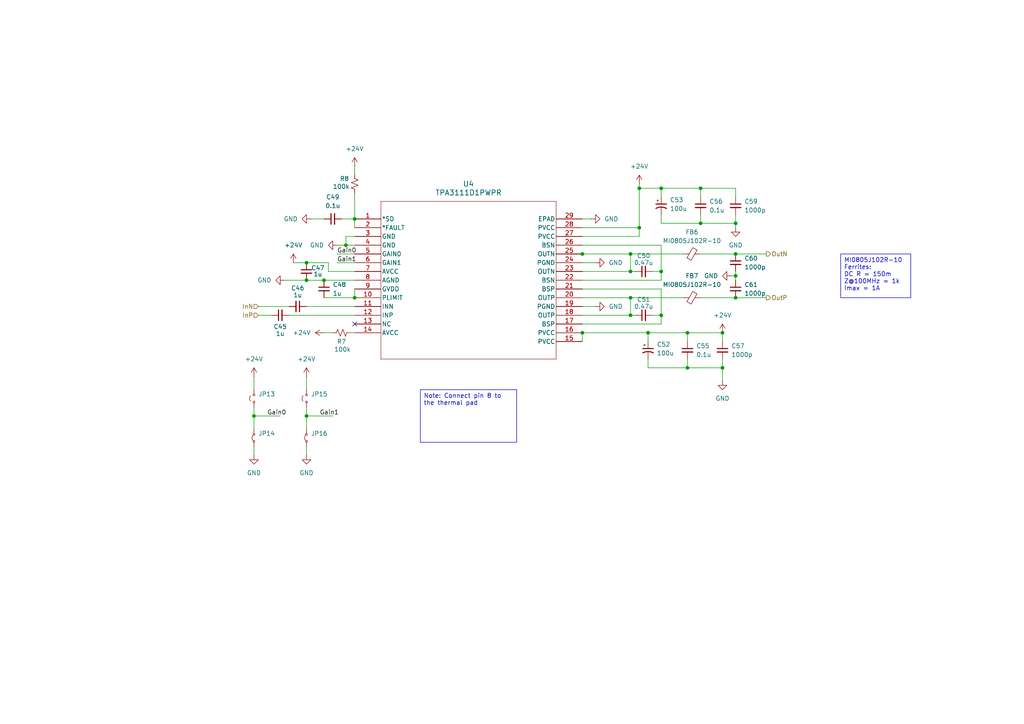
<source format=kicad_sch>
(kicad_sch (version 20231120) (generator "eeschema") (generator_version "8.0")
  (paper "A4")
  (lib_symbols
    (symbol "Device:C_Polarized_Small_US" (pin_numbers hide) (pin_names (offset 0.254) hide)
      (property "Reference" "C" (at 0.254 1.778 0))
      (property "Value" "C_Polarized_Small_US" (at 0.254 -2.032 0))
      (symbol "C_Polarized_Small_US_0_1"
        (polyline (pts (xy -1.524 0.508) (xy 1.524 0.508)) (stroke (width 0.3048)))
        (polyline (pts (xy -1.27 1.524) (xy -0.762 1.524)))
        (polyline (pts (xy -1.016 1.27) (xy -1.016 1.778)))
        (arc (start 1.524 -0.762) (mid 0 -0.3734) (end -1.524 -0.762) (stroke (width 0.3048)))
      )
      (symbol "C_Polarized_Small_US_1_1"
        (pin passive line (at 0 2.54 270) (length 2.032) (name "~") (number "1"))
        (pin passive line (at 0 -2.54 90) (length 2.032) (name "~") (number "2"))
      )
    )
    (symbol "Device:C_Small" (pin_numbers hide) (pin_names (offset 0.254) hide)
      (property "Reference" "C" (at 0.254 1.778 0))
      (property "Value" "C_Small" (at 0.254 -2.032 0))
      (symbol "C_Small_0_1"
        (polyline (pts (xy -1.524 -0.508) (xy 1.524 -0.508)) (stroke (width 0.3302)))
        (polyline (pts (xy -1.524 0.508) (xy 1.524 0.508)) (stroke (width 0.3048)))
      )
      (symbol "C_Small_1_1"
        (pin passive line (at 0 2.54 270) (length 2.032) (name "~") (number "1"))
        (pin passive line (at 0 -2.54 90) (length 2.032) (name "~") (number "2"))
      )
    )
    (symbol "Device:FerriteBead_Small" (pin_numbers hide) (pin_names (offset 0))
      (property "Reference" "FB" (at 1.905 1.27 0))
      (property "Value" "FerriteBead_Small" (at 1.905 -1.27 0))
      (symbol "FerriteBead_Small_0_1"
        (polyline (pts (xy 0 -1.27) (xy 0 -0.7874)))
        (polyline (pts (xy 0 0.889) (xy 0 1.2954)))
        (polyline (pts (xy -1.8288 0.2794) (xy -1.1176 1.4986) (xy 1.8288 -0.2032) (xy 1.1176 -1.4224) (xy -1.8288 0.2794)))
      )
      (symbol "FerriteBead_Small_1_1"
        (pin passive line (at 0 2.54 270) (length 1.27) (name "~") (number "1"))
        (pin passive line (at 0 -2.54 90) (length 1.27) (name "~") (number "2"))
      )
    )
    (symbol "Device:R_Small_US" (pin_numbers hide) (pin_names (offset 0.254) hide)
      (property "Reference" "R" (at 0.762 0.508 0))
      (property "Value" "R_Small_US" (at 0.762 -1.016 0))
      (symbol "R_Small_US_1_1"
        (polyline (pts (xy 0 0) (xy 1.016 -0.381) (xy 0 -0.762) (xy -1.016 -1.143) (xy 0 -1.524)))
        (polyline (pts (xy 0 1.524) (xy 1.016 1.143) (xy 0 0.762) (xy -1.016 0.381) (xy 0 0)))
        (pin passive line (at 0 2.54 270) (length 1.016) (name "~") (number "1"))
        (pin passive line (at 0 -2.54 90) (length 1.016) (name "~") (number "2"))
      )
    )
    (symbol "Jumper:Jumper_2_Small_Bridged" (pin_numbers hide) (pin_names (offset 0) hide) (exclude_from_sim yes)
      (property "Reference" "JP" (at 0 2.032 0))
      (property "Value" "Jumper_2_Small_Bridged" (at 0 -2.286 0))
      (symbol "Jumper_2_Small_Bridged_0_0"
        (circle (center -1.016 0) (radius 0.254))
        (circle (center 1.016 0) (radius 0.254))
      )
      (symbol "Jumper_2_Small_Bridged_0_1"
        (arc (start 0.762 0.254) (mid 0 0.5696) (end -0.762 0.254))
      )
      (symbol "Jumper_2_Small_Bridged_1_1"
        (pin passive line (at -2.54 0 0) (length 1.27) (name "A") (number "1"))
        (pin passive line (at 2.54 0 180) (length 1.27) (name "B") (number "2"))
      )
    )
    (symbol "Jumper:Jumper_2_Small_Open" (pin_numbers hide) (pin_names (offset 0) hide) (exclude_from_sim yes)
      (property "Reference" "JP" (at 0 2.794 0))
      (property "Value" "Jumper_2_Small_Open" (at 0 -2.286 0))
      (symbol "Jumper_2_Small_Open_0_0"
        (circle (center -1.016 0) (radius 0.254))
        (circle (center 1.016 0) (radius 0.254))
      )
      (symbol "Jumper_2_Small_Open_0_1"
        (arc (start 0.762 1.0196) (mid 0 1.2729) (end -0.762 1.0196))
      )
      (symbol "Jumper_2_Small_Open_1_1"
        (pin passive line (at -2.54 0 0) (length 1.27) (name "A") (number "1"))
        (pin passive line (at 2.54 0 180) (length 1.27) (name "B") (number "2"))
      )
    )
    (symbol "power:+24V" (power) (pin_numbers hide) (pin_names (offset 0) hide)
      (property "Value" "+24V" (at 0 3.556 0))
      (symbol "+24V_0_1"
        (polyline (pts (xy -0.762 1.27) (xy 0 2.54)))
        (polyline (pts (xy 0 0) (xy 0 2.54)))
        (polyline (pts (xy 0 2.54) (xy 0.762 1.27)))
      )
      (symbol "+24V_1_1"
        (pin power_in line (at 0 0 90) (length 0) (name "~") (number "1"))
      )
    )
    (symbol "power:GND" (power) (pin_numbers hide) (pin_names (offset 0) hide)
      (property "Value" "GND" (at 0 -3.81 0))
      (symbol "GND_0_1"
        (polyline (pts (xy 0 0) (xy 0 -1.27) (xy 1.27 -1.27) (xy 0 -2.54) (xy -1.27 -1.27) (xy 0 -1.27)))
      )
      (symbol "GND_1_1"
        (pin power_in line (at 0 0 270) (length 0) (name "~") (number "1"))
      )
    )
    (symbol "project_lib:TPA3111D1PWPR" (pin_names (offset 0.254))
      (property "Reference" "U" (at 33.02 10.16 0))
      (property "Value" "TPA3111D1PWPR" (at 33.02 7.62 0))
      (symbol "TPA3111D1PWPR_0_1"
        (polyline (pts (xy 7.62 -40.64) (xy 58.42 -40.64)) (stroke (width 0.127)))
        (polyline (pts (xy 7.62 5.08) (xy 7.62 -40.64)) (stroke (width 0.127)))
        (polyline (pts (xy 58.42 -40.64) (xy 58.42 5.08)) (stroke (width 0.127)))
        (polyline (pts (xy 58.42 5.08) (xy 7.62 5.08)) (stroke (width 0.127)))
        (pin input line (at 0 0 0) (length 7.62) (name "*SD") (number "1"))
        (pin input line (at 0 -22.86 0) (length 7.62) (name "PLIMIT") (number "10"))
        (pin input line (at 0 -25.4 0) (length 7.62) (name "INN") (number "11"))
        (pin input line (at 0 -27.94 0) (length 7.62) (name "INP") (number "12"))
        (pin unspecified line (at 0 -30.48 0) (length 7.62) (name "NC") (number "13"))
        (pin power_in line (at 0 -33.02 0) (length 7.62) (name "AVCC") (number "14"))
        (pin power_in line (at 66.04 -35.56 180) (length 7.62) (name "PVCC") (number "15"))
        (pin power_in line (at 66.04 -33.02 180) (length 7.62) (name "PVCC") (number "16"))
        (pin input line (at 66.04 -30.48 180) (length 7.62) (name "BSP") (number "17"))
        (pin output line (at 66.04 -27.94 180) (length 7.62) (name "OUTP") (number "18"))
        (pin power_in line (at 66.04 -25.4 180) (length 7.62) (name "PGND") (number "19"))
        (pin output line (at 0 -2.54 0) (length 7.62) (name "*FAULT") (number "2"))
        (pin output line (at 66.04 -22.86 180) (length 7.62) (name "OUTP") (number "20"))
        (pin input line (at 66.04 -20.32 180) (length 7.62) (name "BSP") (number "21"))
        (pin input line (at 66.04 -17.78 180) (length 7.62) (name "BSN") (number "22"))
        (pin output line (at 66.04 -15.24 180) (length 7.62) (name "OUTN") (number "23"))
        (pin power_in line (at 66.04 -12.7 180) (length 7.62) (name "PGND") (number "24"))
        (pin output line (at 66.04 -10.16 180) (length 7.62) (name "OUTN") (number "25"))
        (pin input line (at 66.04 -7.62 180) (length 7.62) (name "BSN") (number "26"))
        (pin power_in line (at 66.04 -5.08 180) (length 7.62) (name "PVCC") (number "27"))
        (pin power_in line (at 66.04 -2.54 180) (length 7.62) (name "PVCC") (number "28"))
        (pin unspecified line (at 66.04 0 180) (length 7.62) (name "EPAD") (number "29"))
        (pin power_in line (at 0 -5.08 0) (length 7.62) (name "GND") (number "3"))
        (pin power_in line (at 0 -7.62 0) (length 7.62) (name "GND") (number "4"))
        (pin input line (at 0 -10.16 0) (length 7.62) (name "GAIN0") (number "5"))
        (pin input line (at 0 -12.7 0) (length 7.62) (name "GAIN1") (number "6"))
        (pin power_in line (at 0 -15.24 0) (length 7.62) (name "AVCC") (number "7"))
        (pin power_in line (at 0 -17.78 0) (length 7.62) (name "AGND") (number "8"))
        (pin output line (at 0 -20.32 0) (length 7.62) (name "GVDD") (number "9"))
      )
    )
  )
  (junction (at 185.42 66.04))
  (junction (at 191.77 54.61))
  (junction (at 213.36 80.01))
  (junction (at 100.33 71.12))
  (junction (at 203.2 64.77))
  (junction (at 88.9 76.2))
  (junction (at 88.9 120.65))
  (junction (at 191.77 91.44))
  (junction (at 213.36 64.77))
  (junction (at 168.91 73.66))
  (junction (at 182.88 78.74))
  (junction (at 88.9 81.28))
  (junction (at 187.96 96.52))
  (junction (at 191.77 78.74))
  (junction (at 93.98 81.28))
  (junction (at 199.39 106.68))
  (junction (at 209.55 96.52))
  (junction (at 203.2 54.61))
  (junction (at 182.88 73.66))
  (junction (at 209.55 106.68))
  (junction (at 213.36 86.36))
  (junction (at 168.91 96.52))
  (junction (at 182.88 86.36))
  (junction (at 213.36 73.66))
  (junction (at 182.88 91.44))
  (junction (at 73.66 120.65))
  (junction (at 102.87 63.5))
  (junction (at 185.42 54.61))
  (junction (at 102.87 86.36))
  (junction (at 199.39 96.52))
  (no_connect (at 102.87 93.98))
  (wire (pts (xy 203.2 86.36) (xy 213.36 86.36)))
  (wire (pts (xy 73.66 118.11) (xy 73.66 120.65)))
  (wire (pts (xy 95.25 78.74) (xy 102.87 78.74)))
  (wire (pts (xy 102.87 63.5) (xy 102.87 66.04)))
  (wire (pts (xy 189.23 91.44) (xy 191.77 91.44)))
  (wire (pts (xy 187.96 106.68) (xy 199.39 106.68)))
  (wire (pts (xy 88.9 81.28) (xy 93.98 81.28)))
  (wire (pts (xy 182.88 86.36) (xy 198.12 86.36)))
  (wire (pts (xy 93.98 86.36) (xy 102.87 86.36)))
  (wire (pts (xy 88.9 118.11) (xy 88.9 120.65)))
  (wire (pts (xy 191.77 91.44) (xy 191.77 93.98)))
  (wire (pts (xy 168.91 88.9) (xy 172.72 88.9)))
  (wire (pts (xy 97.79 71.12) (xy 100.33 71.12)))
  (wire (pts (xy 102.87 68.58) (xy 100.33 68.58)))
  (wire (pts (xy 73.66 129.54) (xy 73.66 132.08)))
  (wire (pts (xy 95.25 76.2) (xy 95.25 78.74)))
  (wire (pts (xy 182.88 78.74) (xy 168.91 78.74)))
  (wire (pts (xy 168.91 96.52) (xy 168.91 99.06)))
  (wire (pts (xy 213.36 73.66) (xy 222.25 73.66)))
  (wire (pts (xy 168.91 73.66) (xy 182.88 73.66)))
  (wire (pts (xy 213.36 80.01) (xy 213.36 81.28)))
  (wire (pts (xy 102.87 48.26) (xy 102.87 50.8)))
  (wire (pts (xy 213.36 54.61) (xy 213.36 57.15)))
  (wire (pts (xy 191.77 81.28) (xy 168.91 81.28)))
  (wire (pts (xy 213.36 62.23) (xy 213.36 64.77)))
  (wire (pts (xy 93.98 96.52) (xy 96.52 96.52)))
  (wire (pts (xy 182.88 73.66) (xy 198.12 73.66)))
  (wire (pts (xy 97.79 76.2) (xy 102.87 76.2)))
  (wire (pts (xy 168.91 96.52) (xy 187.96 96.52)))
  (wire (pts (xy 187.96 96.52) (xy 199.39 96.52)))
  (wire (pts (xy 88.9 129.54) (xy 88.9 132.08)))
  (wire (pts (xy 191.77 83.82) (xy 191.77 91.44)))
  (wire (pts (xy 191.77 71.12) (xy 191.77 78.74)))
  (wire (pts (xy 199.39 106.68) (xy 209.55 106.68)))
  (wire (pts (xy 191.77 78.74) (xy 189.23 78.74)))
  (wire (pts (xy 209.55 99.06) (xy 209.55 96.52)))
  (wire (pts (xy 168.91 76.2) (xy 172.72 76.2)))
  (wire (pts (xy 191.77 54.61) (xy 203.2 54.61)))
  (wire (pts (xy 74.93 88.9) (xy 83.82 88.9)))
  (wire (pts (xy 213.36 64.77) (xy 203.2 64.77)))
  (wire (pts (xy 88.9 76.2) (xy 95.25 76.2)))
  (wire (pts (xy 199.39 104.14) (xy 199.39 106.68)))
  (wire (pts (xy 102.87 83.82) (xy 102.87 86.36)))
  (wire (pts (xy 102.87 55.88) (xy 102.87 63.5)))
  (wire (pts (xy 100.33 68.58) (xy 100.33 71.12)))
  (wire (pts (xy 212.09 80.01) (xy 213.36 80.01)))
  (wire (pts (xy 99.06 63.5) (xy 102.87 63.5)))
  (wire (pts (xy 213.36 78.74) (xy 213.36 80.01)))
  (wire (pts (xy 101.6 96.52) (xy 102.87 96.52)))
  (wire (pts (xy 203.2 64.77) (xy 191.77 64.77)))
  (wire (pts (xy 165.1 73.66) (xy 168.91 73.66)))
  (wire (pts (xy 168.91 68.58) (xy 185.42 68.58)))
  (wire (pts (xy 182.88 73.66) (xy 182.88 78.74)))
  (wire (pts (xy 182.88 78.74) (xy 184.15 78.74)))
  (wire (pts (xy 185.42 53.34) (xy 185.42 54.61)))
  (wire (pts (xy 88.9 120.65) (xy 88.9 124.46)))
  (wire (pts (xy 191.77 93.98) (xy 168.91 93.98)))
  (wire (pts (xy 102.87 91.44) (xy 83.82 91.44)))
  (wire (pts (xy 185.42 54.61) (xy 185.42 66.04)))
  (wire (pts (xy 187.96 104.14) (xy 187.96 106.68)))
  (wire (pts (xy 100.33 71.12) (xy 102.87 71.12)))
  (wire (pts (xy 97.79 73.66) (xy 102.87 73.66)))
  (wire (pts (xy 191.77 54.61) (xy 191.77 57.15)))
  (wire (pts (xy 213.36 86.36) (xy 222.25 86.36)))
  (wire (pts (xy 209.55 106.68) (xy 209.55 110.49)))
  (wire (pts (xy 90.17 63.5) (xy 93.98 63.5)))
  (wire (pts (xy 199.39 96.52) (xy 199.39 99.06)))
  (wire (pts (xy 168.91 83.82) (xy 191.77 83.82)))
  (wire (pts (xy 182.88 86.36) (xy 182.88 91.44)))
  (wire (pts (xy 182.88 91.44) (xy 168.91 91.44)))
  (wire (pts (xy 88.9 120.65) (xy 96.52 120.65)))
  (wire (pts (xy 168.91 63.5) (xy 171.45 63.5)))
  (wire (pts (xy 213.36 64.77) (xy 213.36 66.04)))
  (wire (pts (xy 74.93 91.44) (xy 78.74 91.44)))
  (wire (pts (xy 191.77 78.74) (xy 191.77 81.28)))
  (wire (pts (xy 85.09 76.2) (xy 88.9 76.2)))
  (wire (pts (xy 73.66 120.65) (xy 73.66 124.46)))
  (wire (pts (xy 82.55 81.28) (xy 88.9 81.28)))
  (wire (pts (xy 93.98 81.28) (xy 102.87 81.28)))
  (wire (pts (xy 203.2 54.61) (xy 203.2 57.15)))
  (wire (pts (xy 88.9 109.22) (xy 88.9 113.03)))
  (wire (pts (xy 209.55 106.68) (xy 209.55 104.14)))
  (wire (pts (xy 88.9 88.9) (xy 102.87 88.9)))
  (wire (pts (xy 199.39 96.52) (xy 209.55 96.52)))
  (wire (pts (xy 185.42 68.58) (xy 185.42 66.04)))
  (wire (pts (xy 185.42 66.04) (xy 168.91 66.04)))
  (wire (pts (xy 73.66 109.22) (xy 73.66 113.03)))
  (wire (pts (xy 73.66 120.65) (xy 81.28 120.65)))
  (wire (pts (xy 168.91 71.12) (xy 191.77 71.12)))
  (wire (pts (xy 182.88 91.44) (xy 184.15 91.44)))
  (wire (pts (xy 187.96 96.52) (xy 187.96 99.06)))
  (wire (pts (xy 185.42 54.61) (xy 191.77 54.61)))
  (wire (pts (xy 168.91 86.36) (xy 182.88 86.36)))
  (wire (pts (xy 203.2 73.66) (xy 213.36 73.66)))
  (wire (pts (xy 203.2 62.23) (xy 203.2 64.77)))
  (wire (pts (xy 203.2 54.61) (xy 213.36 54.61)))
  (wire (pts (xy 191.77 62.23) (xy 191.77 64.77)))
  (text_box "MI0805J102R-10 Ferrites:\nDC R = 150m\nZ@100MHz = 1k\nImax = 1A\n" (at 243.84 73.66 0) (size 20.32 12.7) (effects (font (size 1.27 1.27)) (justify left top)))
  (text_box "Note: Connect pin 8 to the thermal pad\n" (at 121.92 113.03 0) (size 27.94 15.24) (effects (font (size 1.27 1.27)) (justify left top)))
  (label "Gain1" (at 92.71 120.65 0))
  (label "Gain0" (at 97.79 73.66 0))
  (label "Gain0" (at 77.47 120.65 0))
  (label "Gain1" (at 97.79 76.2 0))
  (hierarchical_label "OutN" (shape output) (at 222.25 73.66 0))
  (hierarchical_label "InN" (shape input) (at 74.93 88.9 180))
  (hierarchical_label "InP" (shape input) (at 74.93 91.44 180))
  (hierarchical_label "OutP" (shape output) (at 222.25 86.36 0))
  (symbol (lib_id "Device:C_Small") (at 93.98 83.82 0) (unit 1)
    (property "Reference" "C48" (at 96.52 82.5562 0) (effects (justify left)))
    (property "Value" "1u" (at 96.52 85.0962 0) (effects (justify left)))
    (property "Description" "Unpolarized capacitor, small symbol" (effects (hide yes)))
    (instances (project "Amplifier_board" (path "" (reference "C48") (unit 1)) (path "" (reference "C4") (unit 1)) (path "" (reference "C33") (unit 1)) (path "" (reference "C18") (unit 1))))
  )
  (symbol (lib_id "Device:C_Small") (at 186.69 78.74 90) (unit 1)
    (property "Reference" "C50" (at 186.69 74.168 90))
    (property "Value" "0.47u" (at 186.69 76.2 90))
    (property "Description" "Unpolarized capacitor, small symbol" (effects (hide yes)))
    (instances (project "Amplifier_board" (path "" (reference "C50") (unit 1)) (path "" (reference "C6") (unit 1)) (path "" (reference "C35") (unit 1)) (path "" (reference "C20") (unit 1))))
  )
  (symbol (lib_id "Device:R_Small_US") (at 102.87 53.34 0) (unit 1)
    (property "Reference" "R8" (at 98.552 51.816 0) (effects (justify left)))
    (property "Value" "100k" (at 96.52 54.102 0) (effects (justify left)))
    (property "Description" "Resistor, small US symbol" (effects (hide yes)))
    (instances (project "Amplifier_board" (path "" (reference "R8") (unit 1)) (path "" (reference "R2") (unit 1)) (path "" (reference "R6") (unit 1)) (path "" (reference "R4") (unit 1))))
  )
  (symbol (lib_id "Device:C_Small") (at 88.9 78.74 0) (unit 1)
    (property "Reference" "C47" (at 92.202 77.724 0))
    (property "Value" "1u" (at 92.202 79.502 0))
    (property "Description" "Unpolarized capacitor, small symbol" (effects (hide yes)))
    (instances (project "Amplifier_board" (path "" (reference "C47") (unit 1)) (path "" (reference "C3") (unit 1)) (path "" (reference "C32") (unit 1)) (path "" (reference "C17") (unit 1))))
  )
  (symbol (lib_id "Jumper:Jumper_2_Small_Bridged") (at 73.66 127 90) (unit 1) (exclude_from_sim yes)
    (property "Reference" "JP14" (at 74.93 125.7299 90) (effects (justify right)))
    (property "Value" "Jumper_2_Small_Bridged" (effects (hide yes)))
    (property "Description" "Jumper, 2-pole, small symbol, bridged" (effects (hide yes)))
    (instances (project "Amplifier_board" (path "" (reference "JP14") (unit 1)) (path "" (reference "JP2") (unit 1)) (path "" (reference "JP10") (unit 1)) (path "" (reference "JP6") (unit 1))))
  )
  (symbol (lib_id "power:GND") (at 209.55 110.49 0) (unit 1)
    (property "Reference" "#PWR072" (effects (hide yes)))
    (property "Value" "GND" (at 209.55 115.57 0))
    (property "Description" "Power symbol creates a global label with name \"GND\" , ground" (effects (hide yes)))
    (instances (project "Amplifier_board" (path "" (reference "#PWR072") (unit 1)) (path "" (reference "#PWR016") (unit 1)) (path "" (reference "#PWR053") (unit 1)) (path "" (reference "#PWR035") (unit 1))))
  )
  (symbol (lib_id "power:+24V") (at 88.9 109.22 0) (unit 1)
    (property "Reference" "#PWR060" (effects (hide yes)))
    (property "Value" "+24V" (at 88.9 104.14 0))
    (property "Description" "Power symbol creates a global label with name \"+24V\"" (effects (hide yes)))
    (instances (project "Amplifier_board" (path "" (reference "#PWR060") (unit 1)) (path "" (reference "#PWR05") (unit 1)) (path "" (reference "#PWR042") (unit 1)) (path "" (reference "#PWR024") (unit 1))))
  )
  (symbol (lib_id "power:+24V") (at 209.55 96.52 0) (unit 1)
    (property "Reference" "#PWR070" (effects (hide yes)))
    (property "Value" "+24V" (at 209.55 91.44 0))
    (property "Description" "Power symbol creates a global label with name \"+24V\"" (effects (hide yes)))
    (instances (project "Amplifier_board" (path "" (reference "#PWR070") (unit 1)) (path "" (reference "#PWR015") (unit 1)) (path "" (reference "#PWR052") (unit 1)) (path "" (reference "#PWR034") (unit 1))))
  )
  (symbol (lib_id "Device:C_Small") (at 96.52 63.5 90) (unit 1)
    (property "Reference" "C49" (at 96.5263 57.15 90))
    (property "Value" "0.1u" (at 96.5263 59.69 90))
    (property "Description" "Unpolarized capacitor, small symbol" (effects (hide yes)))
    (instances (project "Amplifier_board" (path "" (reference "C49") (unit 1)) (path "" (reference "C5") (unit 1)) (path "" (reference "C34") (unit 1)) (path "" (reference "C19") (unit 1))))
  )
  (symbol (lib_id "Device:C_Small") (at 199.39 101.6 0) (unit 1)
    (property "Reference" "C55" (at 201.93 100.3362 0) (effects (justify left)))
    (property "Value" "0.1u" (at 201.93 102.8762 0) (effects (justify left)))
    (property "Description" "Unpolarized capacitor, small symbol" (effects (hide yes)))
    (instances (project "Amplifier_board" (path "" (reference "C55") (unit 1)) (path "" (reference "C10") (unit 1)) (path "" (reference "C39") (unit 1)) (path "" (reference "C24") (unit 1))))
  )
  (symbol (lib_id "Device:C_Polarized_Small_US") (at 187.96 101.6 0) (unit 1)
    (property "Reference" "C52" (at 190.5 99.8981 0) (effects (justify left)))
    (property "Value" "100u" (at 190.5 102.4381 0) (effects (justify left)))
    (property "Description" "Polarized capacitor, small US symbol" (effects (hide yes)))
    (instances (project "Amplifier_board" (path "" (reference "C52") (unit 1)) (path "" (reference "C8") (unit 1)) (path "" (reference "C37") (unit 1)) (path "" (reference "C22") (unit 1))))
  )
  (symbol (lib_id "Device:FerriteBead_Small") (at 200.66 73.66 270) (unit 1)
    (property "Reference" "FB6" (at 200.6981 67.31 90))
    (property "Value" "MI0805J102R-10" (at 200.6981 69.85 90))
    (property "Description" "Ferrite bead, small symbol" (effects (hide yes)))
    (instances (project "Amplifier_board" (path "" (reference "FB6") (unit 1)) (path "" (reference "FB?") (unit 1)) (path "" (reference "FB1") (unit 1)) (path "" (reference "FB2") (unit 1))))
  )
  (symbol (lib_id "power:GND") (at 73.66 132.08 0) (unit 1)
    (property "Reference" "#PWR057" (effects (hide yes)))
    (property "Value" "GND" (at 73.66 137.16 0))
    (property "Description" "Power symbol creates a global label with name \"GND\" , ground" (effects (hide yes)))
    (instances (project "Amplifier_board" (path "" (reference "#PWR057") (unit 1)) (path "" (reference "#PWR02") (unit 1)) (path "" (reference "#PWR039") (unit 1)) (path "" (reference "#PWR021") (unit 1))))
  )
  (symbol (lib_id "power:GND") (at 90.17 63.5 270) (unit 1)
    (property "Reference" "#PWR062" (effects (hide yes)))
    (property "Value" "GND" (at 86.36 63.4999 90) (effects (justify right)))
    (property "Description" "Power symbol creates a global label with name \"GND\" , ground" (effects (hide yes)))
    (instances (project "Amplifier_board" (path "" (reference "#PWR062") (unit 1)) (path "" (reference "#PWR07") (unit 1)) (path "" (reference "#PWR044") (unit 1)) (path "" (reference "#PWR026") (unit 1))))
  )
  (symbol (lib_id "Device:C_Polarized_Small_US") (at 191.77 59.69 0) (unit 1)
    (property "Reference" "C53" (at 194.31 57.9881 0) (effects (justify left)))
    (property "Value" "100u" (at 194.31 60.5281 0) (effects (justify left)))
    (property "Description" "Polarized capacitor, small US symbol" (effects (hide yes)))
    (instances (project "Amplifier_board" (path "" (reference "C53") (unit 1)) (path "" (reference "C9") (unit 1)) (path "" (reference "C38") (unit 1)) (path "" (reference "C23") (unit 1))))
  )
  (symbol (lib_id "Jumper:Jumper_2_Small_Open") (at 88.9 115.57 90) (unit 1) (exclude_from_sim yes)
    (property "Reference" "JP15" (at 90.17 114.2999 90) (effects (justify right)))
    (property "Value" "Jumper_2_Small_Open" (effects (hide yes)))
    (property "Description" "Jumper, 2-pole, small symbol, open" (effects (hide yes)))
    (instances (project "Amplifier_board" (path "" (reference "JP15") (unit 1)) (path "" (reference "JP3") (unit 1)) (path "" (reference "JP11") (unit 1)) (path "" (reference "JP7") (unit 1))))
  )
  (symbol (lib_id "Device:C_Small") (at 213.36 59.69 0) (unit 1)
    (property "Reference" "C59" (at 215.9 58.4262 0) (effects (justify left)))
    (property "Value" "1000p" (at 215.9 60.9662 0) (effects (justify left)))
    (property "Description" "Unpolarized capacitor, small symbol" (effects (hide yes)))
    (instances (project "Amplifier_board" (path "" (reference "C59") (unit 1)) (path "" (reference "C13") (unit 1)) (path "" (reference "C42") (unit 1)) (path "" (reference "C27") (unit 1))))
  )
  (symbol (lib_id "Device:C_Small") (at 213.36 76.2 0) (unit 1)
    (property "Reference" "C60" (at 215.9 74.9362 0) (effects (justify left)))
    (property "Value" "1000p" (at 215.9 77.4762 0) (effects (justify left)))
    (property "Description" "Unpolarized capacitor, small symbol" (effects (hide yes)))
    (instances (project "Amplifier_board" (path "" (reference "C60") (unit 1)) (path "" (reference "C54") (unit 1)) (path "" (reference "C43") (unit 1)) (path "" (reference "C28") (unit 1))))
  )
  (symbol (lib_id "project_lib:TPA3111D1PWPR") (at 102.87 63.5 0) (unit 1)
    (property "Reference" "U4" (at 135.89 53.34 0) (effects (font (size 1.524 1.524))))
    (property "Value" "TPA3111D1PWPR" (at 135.89 55.88 0) (effects (font (size 1.524 1.524))))
    (property "Footprint" "PWP28_6P17X2P4" (effects (hide yes)))
    (property "Datasheet" "TPA3111D1PWPR" (effects (hide yes)))
    (instances (project "Amplifier_board" (path "" (reference "U4") (unit 1)) (path "" (reference "U1") (unit 1)) (path "" (reference "U3") (unit 1)) (path "" (reference "U2") (unit 1))))
  )
  (symbol (lib_id "power:GND") (at 82.55 81.28 270) (unit 1)
    (property "Reference" "#PWR058" (effects (hide yes)))
    (property "Value" "GND" (at 78.74 81.2799 90) (effects (justify right)))
    (property "Description" "Power symbol creates a global label with name \"GND\" , ground" (effects (hide yes)))
    (instances (project "Amplifier_board" (path "" (reference "#PWR058") (unit 1)) (path "" (reference "#PWR03") (unit 1)) (path "" (reference "#PWR040") (unit 1)) (path "" (reference "#PWR022") (unit 1))))
  )
  (symbol (lib_id "power:GND") (at 171.45 63.5 90) (unit 1)
    (property "Reference" "#PWR066" (effects (hide yes)))
    (property "Value" "GND" (at 175.26 63.4999 90) (effects (justify right)))
    (property "Description" "Power symbol creates a global label with name \"GND\" , ground" (effects (hide yes)))
    (instances (project "Amplifier_board" (path "" (reference "#PWR066") (unit 1)) (path "" (reference "#PWR011") (unit 1)) (path "" (reference "#PWR048") (unit 1)) (path "" (reference "#PWR030") (unit 1))))
  )
  (symbol (lib_id "Device:C_Small") (at 209.55 101.6 0) (unit 1)
    (property "Reference" "C57" (at 212.09 100.3362 0) (effects (justify left)))
    (property "Value" "1000p" (at 212.09 102.8762 0) (effects (justify left)))
    (property "Description" "Unpolarized capacitor, small symbol" (effects (hide yes)))
    (instances (project "Amplifier_board" (path "" (reference "C57") (unit 1)) (path "" (reference "C12") (unit 1)) (path "" (reference "C41") (unit 1)) (path "" (reference "C26") (unit 1))))
  )
  (symbol (lib_id "power:+24V") (at 185.42 53.34 0) (unit 1)
    (property "Reference" "#PWR069" (effects (hide yes)))
    (property "Value" "+24V" (at 185.42 48.26 0))
    (property "Description" "Power symbol creates a global label with name \"+24V\"" (effects (hide yes)))
    (instances (project "Amplifier_board" (path "" (reference "#PWR069") (unit 1)) (path "" (reference "#PWR014") (unit 1)) (path "" (reference "#PWR051") (unit 1)) (path "" (reference "#PWR033") (unit 1))))
  )
  (symbol (lib_id "power:GND") (at 213.36 66.04 0) (unit 1)
    (property "Reference" "#PWR074" (effects (hide yes)))
    (property "Value" "GND" (at 213.36 71.12 0))
    (property "Description" "Power symbol creates a global label with name \"GND\" , ground" (effects (hide yes)))
    (instances (project "Amplifier_board" (path "" (reference "#PWR074") (unit 1)) (path "" (reference "#PWR017") (unit 1)) (path "" (reference "#PWR055") (unit 1)) (path "" (reference "#PWR037") (unit 1))))
  )
  (symbol (lib_id "power:+24V") (at 93.98 96.52 90) (unit 1)
    (property "Reference" "#PWR063" (effects (hide yes)))
    (property "Value" "+24V" (at 90.17 96.5199 90) (effects (justify left)))
    (property "Description" "Power symbol creates a global label with name \"+24V\"" (effects (hide yes)))
    (instances (project "Amplifier_board" (path "" (reference "#PWR063") (unit 1)) (path "" (reference "#PWR08") (unit 1)) (path "" (reference "#PWR045") (unit 1)) (path "" (reference "#PWR027") (unit 1))))
  )
  (symbol (lib_id "power:+24V") (at 73.66 109.22 0) (unit 1)
    (property "Reference" "#PWR056" (effects (hide yes)))
    (property "Value" "+24V" (at 73.66 104.14 0))
    (property "Description" "Power symbol creates a global label with name \"+24V\"" (effects (hide yes)))
    (instances (project "Amplifier_board" (path "" (reference "#PWR056") (unit 1)) (path "" (reference "#PWR01") (unit 1)) (path "" (reference "#PWR038") (unit 1)) (path "" (reference "#PWR020") (unit 1))))
  )
  (symbol (lib_id "Device:R_Small_US") (at 99.06 96.52 90) (unit 1)
    (property "Reference" "R7" (at 99.06 99.06 90))
    (property "Value" "100k" (at 99.314 101.346 90))
    (property "Description" "Resistor, small US symbol" (effects (hide yes)))
    (instances (project "Amplifier_board" (path "" (reference "R7") (unit 1)) (path "" (reference "R1") (unit 1)) (path "" (reference "R5") (unit 1)) (path "" (reference "R3") (unit 1))))
  )
  (symbol (lib_id "power:+24V") (at 102.87 48.26 0) (unit 1)
    (property "Reference" "#PWR065" (effects (hide yes)))
    (property "Value" "+24V" (at 102.87 43.18 0))
    (property "Description" "Power symbol creates a global label with name \"+24V\"" (effects (hide yes)))
    (instances (project "Amplifier_board" (path "" (reference "#PWR065") (unit 1)) (path "" (reference "#PWR010") (unit 1)) (path "" (reference "#PWR047") (unit 1)) (path "" (reference "#PWR029") (unit 1))))
  )
  (symbol (lib_id "power:GND") (at 212.09 80.01 270) (unit 1)
    (property "Reference" "#PWR073" (effects (hide yes)))
    (property "Value" "GND" (at 208.28 80.0099 90) (effects (justify right)))
    (property "Description" "Power symbol creates a global label with name \"GND\" , ground" (effects (hide yes)))
    (instances (project "Amplifier_board" (path "" (reference "#PWR073") (unit 1)) (path "" (reference "#PWR071") (unit 1)) (path "" (reference "#PWR054") (unit 1)) (path "" (reference "#PWR036") (unit 1))))
  )
  (symbol (lib_id "Device:C_Small") (at 203.2 59.69 0) (unit 1)
    (property "Reference" "C56" (at 205.74 58.4262 0) (effects (justify left)))
    (property "Value" "0.1u" (at 205.74 60.9662 0) (effects (justify left)))
    (property "Description" "Unpolarized capacitor, small symbol" (effects (hide yes)))
    (instances (project "Amplifier_board" (path "" (reference "C56") (unit 1)) (path "" (reference "C11") (unit 1)) (path "" (reference "C40") (unit 1)) (path "" (reference "C25") (unit 1))))
  )
  (symbol (lib_id "Device:FerriteBead_Small") (at 200.66 86.36 270) (unit 1)
    (property "Reference" "FB7" (at 200.6981 80.01 90))
    (property "Value" "MI0805J102R-10" (at 200.6981 82.55 90))
    (property "Description" "Ferrite bead, small symbol" (effects (hide yes)))
    (instances (project "Amplifier_board" (path "" (reference "FB7") (unit 1)) (path "" (reference "FB5") (unit 1)) (path "" (reference "FB4") (unit 1)) (path "" (reference "FB3") (unit 1))))
  )
  (symbol (lib_id "power:GND") (at 172.72 88.9 90) (unit 1)
    (property "Reference" "#PWR068" (effects (hide yes)))
    (property "Value" "GND" (at 176.53 88.8999 90) (effects (justify right)))
    (property "Description" "Power symbol creates a global label with name \"GND\" , ground" (effects (hide yes)))
    (instances (project "Amplifier_board" (path "" (reference "#PWR068") (unit 1)) (path "" (reference "#PWR013") (unit 1)) (path "" (reference "#PWR050") (unit 1)) (path "" (reference "#PWR032") (unit 1))))
  )
  (symbol (lib_id "Device:C_Small") (at 86.36 88.9 270) (unit 1)
    (property "Reference" "C46" (at 86.36 83.566 90))
    (property "Value" "1u" (at 86.36 85.598 90))
    (property "Description" "Unpolarized capacitor, small symbol" (effects (hide yes)))
    (instances (project "Amplifier_board" (path "" (reference "C46") (unit 1)) (path "" (reference "C2") (unit 1)) (path "" (reference "C31") (unit 1)) (path "" (reference "C16") (unit 1))))
  )
  (symbol (lib_id "Jumper:Jumper_2_Small_Open") (at 73.66 115.57 90) (unit 1) (exclude_from_sim yes)
    (property "Reference" "JP13" (at 74.93 114.2999 90) (effects (justify right)))
    (property "Value" "Jumper_2_Small_Open" (effects (hide yes)))
    (property "Description" "Jumper, 2-pole, small symbol, open" (effects (hide yes)))
    (instances (project "Amplifier_board" (path "" (reference "JP13") (unit 1)) (path "" (reference "JP1") (unit 1)) (path "" (reference "JP9") (unit 1)) (path "" (reference "JP5") (unit 1))))
  )
  (symbol (lib_id "Device:C_Small") (at 186.69 91.44 90) (unit 1)
    (property "Reference" "C51" (at 186.69 86.868 90))
    (property "Value" "0.47u" (at 186.69 88.9 90))
    (property "Description" "Unpolarized capacitor, small symbol" (effects (hide yes)))
    (instances (project "Amplifier_board" (path "" (reference "C51") (unit 1)) (path "" (reference "C7") (unit 1)) (path "" (reference "C36") (unit 1)) (path "" (reference "C21") (unit 1))))
  )
  (symbol (lib_id "power:+24V") (at 85.09 76.2 0) (unit 1)
    (property "Reference" "#PWR059" (effects (hide yes)))
    (property "Value" "+24V" (at 85.09 71.12 0))
    (property "Description" "Power symbol creates a global label with name \"+24V\"" (effects (hide yes)))
    (instances (project "Amplifier_board" (path "" (reference "#PWR059") (unit 1)) (path "" (reference "#PWR04") (unit 1)) (path "" (reference "#PWR041") (unit 1)) (path "" (reference "#PWR023") (unit 1))))
  )
  (symbol (lib_id "power:GND") (at 172.72 76.2 90) (unit 1)
    (property "Reference" "#PWR067" (effects (hide yes)))
    (property "Value" "GND" (at 176.53 76.1999 90) (effects (justify right)))
    (property "Description" "Power symbol creates a global label with name \"GND\" , ground" (effects (hide yes)))
    (instances (project "Amplifier_board" (path "" (reference "#PWR067") (unit 1)) (path "" (reference "#PWR012") (unit 1)) (path "" (reference "#PWR049") (unit 1)) (path "" (reference "#PWR031") (unit 1))))
  )
  (symbol (lib_id "Device:C_Small") (at 213.36 83.82 0) (unit 1)
    (property "Reference" "C61" (at 215.9 82.5562 0) (effects (justify left)))
    (property "Value" "1000p" (at 215.9 85.0962 0) (effects (justify left)))
    (property "Description" "Unpolarized capacitor, small symbol" (effects (hide yes)))
    (instances (project "Amplifier_board" (path "" (reference "C61") (unit 1)) (path "" (reference "C58") (unit 1)) (path "" (reference "C44") (unit 1)) (path "" (reference "C29") (unit 1))))
  )
  (symbol (lib_id "power:GND") (at 97.79 71.12 270) (unit 1)
    (property "Reference" "#PWR064" (effects (hide yes)))
    (property "Value" "GND" (at 93.98 71.1199 90) (effects (justify right)))
    (property "Description" "Power symbol creates a global label with name \"GND\" , ground" (effects (hide yes)))
    (instances (project "Amplifier_board" (path "" (reference "#PWR064") (unit 1)) (path "" (reference "#PWR09") (unit 1)) (path "" (reference "#PWR046") (unit 1)) (path "" (reference "#PWR028") (unit 1))))
  )
  (symbol (lib_id "power:GND") (at 88.9 132.08 0) (unit 1)
    (property "Reference" "#PWR061" (effects (hide yes)))
    (property "Value" "GND" (at 88.9 137.16 0))
    (property "Description" "Power symbol creates a global label with name \"GND\" , ground" (effects (hide yes)))
    (instances (project "Amplifier_board" (path "" (reference "#PWR061") (unit 1)) (path "" (reference "#PWR06") (unit 1)) (path "" (reference "#PWR043") (unit 1)) (path "" (reference "#PWR025") (unit 1))))
  )
  (symbol (lib_id "Device:C_Small") (at 81.28 91.44 90) (unit 1)
    (property "Reference" "C45" (at 81.28 94.742 90))
    (property "Value" "1u" (at 81.28 96.774 90))
    (property "Description" "Unpolarized capacitor, small symbol" (effects (hide yes)))
    (instances (project "Amplifier_board" (path "" (reference "C45") (unit 1)) (path "" (reference "C1") (unit 1)) (path "" (reference "C30") (unit 1)) (path "" (reference "C15") (unit 1))))
  )
  (symbol (lib_id "Jumper:Jumper_2_Small_Bridged") (at 88.9 127 90) (unit 1) (exclude_from_sim yes)
    (property "Reference" "JP16" (at 90.17 125.7299 90) (effects (justify right)))
    (property "Value" "Jumper_2_Small_Bridged" (effects (hide yes)))
    (property "Description" "Jumper, 2-pole, small symbol, bridged" (effects (hide yes)))
    (instances (project "Amplifier_board" (path "" (reference "JP16") (unit 1)) (path "" (reference "JP4") (unit 1)) (path "" (reference "JP12") (unit 1)) (path "" (reference "JP8") (unit 1))))
  )
)
</source>
